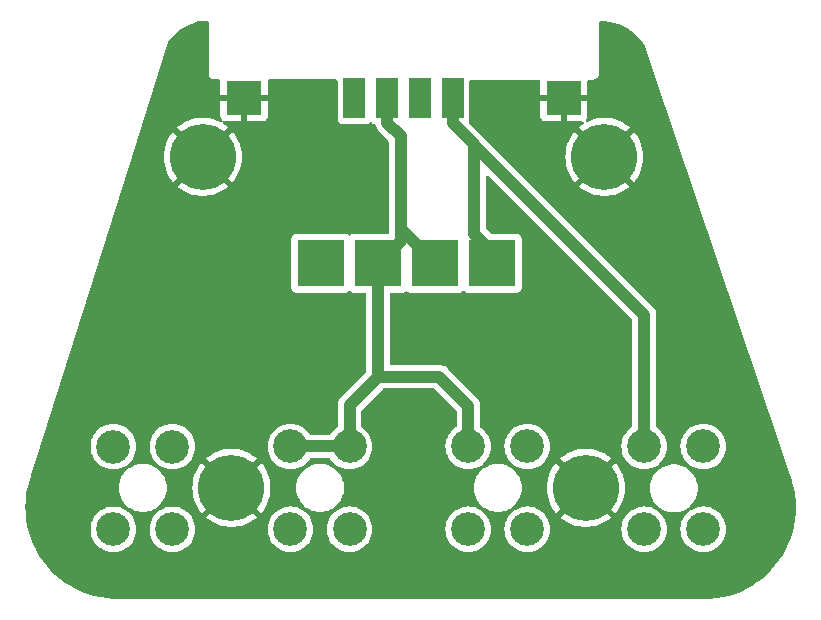
<source format=gbl>
%TF.GenerationSoftware,KiCad,Pcbnew,8.0.3*%
%TF.CreationDate,2024-06-22T21:50:30+02:00*%
%TF.ProjectId,W48_W49_Nummernschalter_Adapter,5734385f-5734-4395-9f4e-756d6d65726e,rev?*%
%TF.SameCoordinates,Original*%
%TF.FileFunction,Copper,L2,Bot*%
%TF.FilePolarity,Positive*%
%FSLAX46Y46*%
G04 Gerber Fmt 4.6, Leading zero omitted, Abs format (unit mm)*
G04 Created by KiCad (PCBNEW 8.0.3) date 2024-06-22 21:50:30*
%MOMM*%
%LPD*%
G01*
G04 APERTURE LIST*
%TA.AperFunction,ComponentPad*%
%ADD10C,3.600000*%
%TD*%
%TA.AperFunction,ConnectorPad*%
%ADD11C,5.600000*%
%TD*%
%TA.AperFunction,SMDPad,CuDef*%
%ADD12R,1.846667X3.480000*%
%TD*%
%TA.AperFunction,ComponentPad*%
%ADD13C,2.850000*%
%TD*%
%TA.AperFunction,ComponentPad*%
%ADD14R,4.000000X4.000000*%
%TD*%
%TA.AperFunction,SMDPad,CuDef*%
%ADD15R,3.000000X3.000000*%
%TD*%
%TA.AperFunction,Conductor*%
%ADD16C,1.000000*%
%TD*%
G04 APERTURE END LIST*
D10*
%TO.P,H4,1,1*%
%TO.N,GND*%
X147000000Y-54000000D03*
D11*
X147000000Y-54000000D03*
%TD*%
D10*
%TO.P,H3,1,1*%
%TO.N,GND*%
X113000000Y-54000000D03*
D11*
X113000000Y-54000000D03*
%TD*%
D12*
%TO.P,J1,6,6*%
%TO.N,unconnected-(J1-Pad6)*%
X125845000Y-49000000D03*
%TO.P,J1,7,7*%
%TO.N,/BRAUN*%
X128615000Y-49000000D03*
%TO.P,J1,8,8*%
%TO.N,unconnected-(J1-Pad8)*%
X131385000Y-49000000D03*
%TO.P,J1,9,9*%
%TO.N,/WEI\u00DF*%
X134155000Y-49000000D03*
%TD*%
D13*
%TO.P,J3,1_1,1*%
%TO.N,/BRAUN*%
X125430000Y-78515000D03*
%TO.P,J3,1_2,1*%
X120430000Y-78515000D03*
%TO.P,J3,1_3,1*%
X120430000Y-85525000D03*
%TO.P,J3,1_4,1*%
X125430000Y-85525000D03*
%TD*%
D10*
%TO.P,H1,1,1*%
%TO.N,GND*%
X145430000Y-82025000D03*
D11*
X145430000Y-82025000D03*
%TD*%
D13*
%TO.P,J5,1_1,1*%
%TO.N,/WEI\u00DF*%
X155380000Y-78515000D03*
%TO.P,J5,1_2,1*%
X150380000Y-78515000D03*
%TO.P,J5,1_3,1*%
X150380000Y-85525000D03*
%TO.P,J5,1_4,1*%
X155380000Y-85525000D03*
%TD*%
D14*
%TO.P,J6,1,Pin_1*%
%TO.N,/GELB*%
X123000000Y-63000000D03*
%TO.P,J6,2,Pin_2*%
%TO.N,/BRAUN*%
X127850000Y-63000000D03*
%TO.P,J6,3,Pin_3*%
X132650000Y-63000000D03*
%TO.P,J6,4,Pin_4*%
%TO.N,/WEI\u00DF*%
X137500000Y-63000000D03*
%TD*%
D13*
%TO.P,J4,1_1,1*%
%TO.N,/BRAUN*%
X140480000Y-78515000D03*
%TO.P,J4,1_2,1*%
X135480000Y-78515000D03*
%TO.P,J4,1_3,1*%
X135480000Y-85525000D03*
%TO.P,J4,1_4,1*%
X140480000Y-85525000D03*
%TD*%
%TO.P,J2,1_1,1*%
%TO.N,/GELB*%
X110430000Y-78520000D03*
%TO.P,J2,1_2,1*%
X105430000Y-78520000D03*
%TO.P,J2,1_3,1*%
X105430000Y-85530000D03*
%TO.P,J2,1_4,1*%
X110430000Y-85530000D03*
%TD*%
D15*
%TO.P,TP4,1,1*%
%TO.N,GND*%
X116500000Y-49000000D03*
%TD*%
%TO.P,TP3,1,1*%
%TO.N,GND*%
X143572663Y-49000000D03*
%TD*%
D10*
%TO.P,H2,1,1*%
%TO.N,GND*%
X115430000Y-82025000D03*
D11*
X115430000Y-82025000D03*
%TD*%
D16*
%TO.N,/BRAUN*%
X127850000Y-72605000D02*
X133005000Y-72605000D01*
X133005000Y-72605000D02*
X135500000Y-75100000D01*
X135500000Y-75100000D02*
X135500000Y-77935000D01*
X135500000Y-77935000D02*
X134920000Y-78515000D01*
X125430000Y-78515000D02*
X121430000Y-78515000D01*
X129761667Y-52261667D02*
X129761667Y-58261667D01*
X129761667Y-58238333D02*
X129761667Y-60111667D01*
X129761667Y-61088333D02*
X129761667Y-59000000D01*
X132650000Y-63000000D02*
X133000000Y-63000000D01*
X128615000Y-51115000D02*
X129761667Y-52261667D01*
X128615000Y-49000000D02*
X128615000Y-51115000D01*
X127850000Y-63000000D02*
X129761667Y-61088333D01*
X129761667Y-60111667D02*
X132650000Y-63000000D01*
%TO.N,/WEI\u00DF*%
X136000000Y-53000000D02*
X136000000Y-60500000D01*
X134155000Y-49000000D02*
X134155000Y-51155000D01*
X138000000Y-55000000D02*
X150380000Y-67380000D01*
X134155000Y-51155000D02*
X138000000Y-55000000D01*
X138000000Y-55000000D02*
X136000000Y-53000000D01*
X150380000Y-67380000D02*
X150380000Y-67535000D01*
X136000000Y-60500000D02*
X138500000Y-63000000D01*
X149870000Y-78515000D02*
X150380000Y-78515000D01*
X150380000Y-67535000D02*
X150380000Y-78515000D01*
X134155000Y-49000000D02*
X134155000Y-50145000D01*
%TO.N,/BRAUN*%
X127500000Y-63000000D02*
X127850000Y-62650000D01*
X127850000Y-62650000D02*
X127850000Y-72150000D01*
X125430000Y-75025000D02*
X125430000Y-78515000D01*
X127850000Y-72150000D02*
X127850000Y-72605000D01*
X127850000Y-72605000D02*
X125430000Y-75025000D01*
%TD*%
%TA.AperFunction,Conductor*%
%TO.N,GND*%
G36*
X113436543Y-42479969D02*
G01*
X113485206Y-42530106D01*
X113499500Y-42587903D01*
X113499500Y-46939775D01*
X113499460Y-47005597D01*
X113499499Y-47005890D01*
X113516640Y-47069864D01*
X113516649Y-47069935D01*
X113516659Y-47069933D01*
X113533494Y-47132912D01*
X113533608Y-47133187D01*
X113566635Y-47190392D01*
X113566671Y-47190455D01*
X113599315Y-47247074D01*
X113599503Y-47247318D01*
X113646300Y-47294114D01*
X113646354Y-47294168D01*
X113692445Y-47340315D01*
X113692685Y-47340499D01*
X113692686Y-47340500D01*
X113750074Y-47373633D01*
X113806535Y-47406276D01*
X113806536Y-47406276D01*
X113806539Y-47406278D01*
X113806809Y-47406390D01*
X113806811Y-47406390D01*
X113806814Y-47406392D01*
X113870197Y-47423374D01*
X113870263Y-47423414D01*
X113870269Y-47423394D01*
X113878434Y-47425587D01*
X113933809Y-47440461D01*
X113933819Y-47440461D01*
X113933859Y-47440467D01*
X113933949Y-47440479D01*
X113934108Y-47440500D01*
X113999022Y-47440500D01*
X114376075Y-47440725D01*
X114443102Y-47460450D01*
X114488825Y-47513281D01*
X114500000Y-47564725D01*
X114500000Y-48750000D01*
X118500000Y-48750000D01*
X118500000Y-47567264D01*
X118519685Y-47500225D01*
X118572489Y-47454470D01*
X118624066Y-47443265D01*
X124297243Y-47446657D01*
X124364268Y-47466382D01*
X124409991Y-47519213D01*
X124421166Y-47570657D01*
X124421166Y-50787870D01*
X124421167Y-50787876D01*
X124427574Y-50847483D01*
X124477868Y-50982328D01*
X124477872Y-50982335D01*
X124564118Y-51097544D01*
X124564121Y-51097547D01*
X124679330Y-51183793D01*
X124679337Y-51183797D01*
X124814183Y-51234091D01*
X124814182Y-51234091D01*
X124821110Y-51234835D01*
X124873793Y-51240500D01*
X126816206Y-51240499D01*
X126875817Y-51234091D01*
X127010665Y-51183796D01*
X127125880Y-51097546D01*
X127130733Y-51091062D01*
X127186666Y-51049191D01*
X127256357Y-51044207D01*
X127317681Y-51077691D01*
X127329267Y-51091063D01*
X127334120Y-51097546D01*
X127334121Y-51097547D01*
X127449330Y-51183793D01*
X127449337Y-51183797D01*
X127556551Y-51223785D01*
X127612485Y-51265656D01*
X127634835Y-51315775D01*
X127646623Y-51375035D01*
X127646623Y-51375036D01*
X127652946Y-51406828D01*
X127652949Y-51406836D01*
X127728364Y-51588907D01*
X127728371Y-51588920D01*
X127837860Y-51752781D01*
X127837863Y-51752785D01*
X127981537Y-51896459D01*
X127981559Y-51896479D01*
X128724848Y-52639768D01*
X128758333Y-52701091D01*
X128761167Y-52727449D01*
X128761167Y-60375500D01*
X128741482Y-60442539D01*
X128688678Y-60488294D01*
X128637167Y-60499500D01*
X125802129Y-60499500D01*
X125802123Y-60499501D01*
X125742516Y-60505908D01*
X125607671Y-60556202D01*
X125607669Y-60556203D01*
X125499311Y-60637321D01*
X125433847Y-60661738D01*
X125365574Y-60646887D01*
X125350689Y-60637321D01*
X125242330Y-60556203D01*
X125242328Y-60556202D01*
X125107482Y-60505908D01*
X125107483Y-60505908D01*
X125047883Y-60499501D01*
X125047881Y-60499500D01*
X125047873Y-60499500D01*
X125047864Y-60499500D01*
X120952129Y-60499500D01*
X120952123Y-60499501D01*
X120892516Y-60505908D01*
X120757671Y-60556202D01*
X120757664Y-60556206D01*
X120642455Y-60642452D01*
X120642452Y-60642455D01*
X120556206Y-60757664D01*
X120556202Y-60757671D01*
X120505908Y-60892517D01*
X120499501Y-60952116D01*
X120499501Y-60952123D01*
X120499500Y-60952135D01*
X120499500Y-65047870D01*
X120499501Y-65047876D01*
X120505908Y-65107483D01*
X120556202Y-65242328D01*
X120556206Y-65242335D01*
X120642452Y-65357544D01*
X120642455Y-65357547D01*
X120757664Y-65443793D01*
X120757671Y-65443797D01*
X120892517Y-65494091D01*
X120892516Y-65494091D01*
X120899444Y-65494835D01*
X120952127Y-65500500D01*
X125047872Y-65500499D01*
X125107483Y-65494091D01*
X125242331Y-65443796D01*
X125350690Y-65362678D01*
X125416152Y-65338261D01*
X125484426Y-65353112D01*
X125499303Y-65362673D01*
X125607665Y-65443793D01*
X125607668Y-65443795D01*
X125607671Y-65443797D01*
X125742517Y-65494091D01*
X125742516Y-65494091D01*
X125749444Y-65494835D01*
X125802127Y-65500500D01*
X126725500Y-65500499D01*
X126792539Y-65520183D01*
X126838294Y-65572987D01*
X126849500Y-65624499D01*
X126849500Y-72139217D01*
X126829815Y-72206256D01*
X126813181Y-72226898D01*
X125434579Y-73605500D01*
X124792221Y-74247858D01*
X124792218Y-74247861D01*
X124722538Y-74317540D01*
X124652859Y-74387219D01*
X124543371Y-74551079D01*
X124543364Y-74551092D01*
X124467950Y-74733160D01*
X124467947Y-74733170D01*
X124429500Y-74926456D01*
X124429500Y-76796647D01*
X124409815Y-76863686D01*
X124379811Y-76895914D01*
X124165846Y-77056086D01*
X124165834Y-77056096D01*
X123971096Y-77250834D01*
X123971080Y-77250852D01*
X123810915Y-77464810D01*
X123754982Y-77506682D01*
X123711648Y-77514500D01*
X122148352Y-77514500D01*
X122081313Y-77494815D01*
X122049085Y-77464810D01*
X121888919Y-77250852D01*
X121888903Y-77250834D01*
X121694165Y-77056096D01*
X121694147Y-77056080D01*
X121473665Y-76891030D01*
X121473657Y-76891025D01*
X121231930Y-76759032D01*
X121231931Y-76759032D01*
X121181679Y-76740289D01*
X120973862Y-76662777D01*
X120973855Y-76662775D01*
X120973854Y-76662775D01*
X120704734Y-76604232D01*
X120704727Y-76604231D01*
X120430001Y-76584582D01*
X120429999Y-76584582D01*
X120155272Y-76604231D01*
X120155265Y-76604232D01*
X119886145Y-76662775D01*
X119886141Y-76662776D01*
X119886138Y-76662777D01*
X119700402Y-76732052D01*
X119628069Y-76759032D01*
X119386342Y-76891025D01*
X119386334Y-76891030D01*
X119165852Y-77056080D01*
X119165834Y-77056096D01*
X118971096Y-77250834D01*
X118971080Y-77250852D01*
X118806030Y-77471334D01*
X118806025Y-77471342D01*
X118674032Y-77713069D01*
X118674030Y-77713075D01*
X118577777Y-77971138D01*
X118577776Y-77971141D01*
X118577775Y-77971145D01*
X118519232Y-78240265D01*
X118519231Y-78240272D01*
X118499582Y-78514998D01*
X118499582Y-78515001D01*
X118519231Y-78789727D01*
X118519232Y-78789734D01*
X118577775Y-79058854D01*
X118577777Y-79058862D01*
X118674030Y-79316925D01*
X118674032Y-79316930D01*
X118806025Y-79558657D01*
X118806030Y-79558665D01*
X118971080Y-79779147D01*
X118971096Y-79779165D01*
X119165834Y-79973903D01*
X119165852Y-79973919D01*
X119386334Y-80138969D01*
X119386342Y-80138974D01*
X119628069Y-80270967D01*
X119628068Y-80270967D01*
X119628072Y-80270968D01*
X119628075Y-80270970D01*
X119886138Y-80367223D01*
X120155273Y-80425769D01*
X120410350Y-80444012D01*
X120429999Y-80445418D01*
X120430000Y-80445418D01*
X120430001Y-80445418D01*
X120448338Y-80444106D01*
X120704727Y-80425769D01*
X120973862Y-80367223D01*
X121231925Y-80270970D01*
X121473663Y-80138971D01*
X121694155Y-79973913D01*
X121888913Y-79779155D01*
X122049085Y-79565190D01*
X122105018Y-79523318D01*
X122148352Y-79515500D01*
X123711648Y-79515500D01*
X123778687Y-79535185D01*
X123810915Y-79565190D01*
X123971080Y-79779147D01*
X123971096Y-79779165D01*
X124165834Y-79973903D01*
X124165852Y-79973919D01*
X124386334Y-80138969D01*
X124386342Y-80138974D01*
X124628069Y-80270967D01*
X124628068Y-80270967D01*
X124628072Y-80270968D01*
X124628075Y-80270970D01*
X124886138Y-80367223D01*
X125155273Y-80425769D01*
X125410350Y-80444012D01*
X125429999Y-80445418D01*
X125430000Y-80445418D01*
X125430001Y-80445418D01*
X125448338Y-80444106D01*
X125704727Y-80425769D01*
X125973862Y-80367223D01*
X126231925Y-80270970D01*
X126473663Y-80138971D01*
X126694155Y-79973913D01*
X126888913Y-79779155D01*
X127053971Y-79558663D01*
X127185970Y-79316925D01*
X127282223Y-79058862D01*
X127340769Y-78789727D01*
X127360418Y-78515000D01*
X127340769Y-78240273D01*
X127282223Y-77971138D01*
X127185970Y-77713075D01*
X127053971Y-77471337D01*
X127049085Y-77464810D01*
X126888919Y-77250852D01*
X126888903Y-77250834D01*
X126694165Y-77056096D01*
X126694159Y-77056091D01*
X126694155Y-77056087D01*
X126480344Y-76896030D01*
X126480189Y-76895914D01*
X126438318Y-76839980D01*
X126430500Y-76796647D01*
X126430500Y-75490782D01*
X126450185Y-75423743D01*
X126466819Y-75403101D01*
X128228101Y-73641819D01*
X128289424Y-73608334D01*
X128315782Y-73605500D01*
X132539218Y-73605500D01*
X132606257Y-73625185D01*
X132626899Y-73641819D01*
X134463181Y-75478101D01*
X134496666Y-75539424D01*
X134499500Y-75565782D01*
X134499500Y-76782966D01*
X134479815Y-76850005D01*
X134439418Y-76887621D01*
X134440068Y-76888631D01*
X134436334Y-76891030D01*
X134215852Y-77056080D01*
X134215834Y-77056096D01*
X134021096Y-77250834D01*
X134021080Y-77250852D01*
X133856030Y-77471334D01*
X133856025Y-77471342D01*
X133724032Y-77713069D01*
X133724030Y-77713075D01*
X133627777Y-77971138D01*
X133627776Y-77971141D01*
X133627775Y-77971145D01*
X133569232Y-78240265D01*
X133569231Y-78240272D01*
X133549582Y-78514998D01*
X133549582Y-78515001D01*
X133569231Y-78789727D01*
X133569232Y-78789734D01*
X133627775Y-79058854D01*
X133627777Y-79058862D01*
X133724030Y-79316925D01*
X133724032Y-79316930D01*
X133856025Y-79558657D01*
X133856030Y-79558665D01*
X134021080Y-79779147D01*
X134021096Y-79779165D01*
X134215834Y-79973903D01*
X134215852Y-79973919D01*
X134436334Y-80138969D01*
X134436342Y-80138974D01*
X134678069Y-80270967D01*
X134678068Y-80270967D01*
X134678072Y-80270968D01*
X134678075Y-80270970D01*
X134936138Y-80367223D01*
X135205273Y-80425769D01*
X135460350Y-80444012D01*
X135479999Y-80445418D01*
X135480000Y-80445418D01*
X135480001Y-80445418D01*
X135498338Y-80444106D01*
X135754727Y-80425769D01*
X136023862Y-80367223D01*
X136281925Y-80270970D01*
X136523663Y-80138971D01*
X136744155Y-79973913D01*
X136938913Y-79779155D01*
X137103971Y-79558663D01*
X137235970Y-79316925D01*
X137332223Y-79058862D01*
X137390769Y-78789727D01*
X137410418Y-78515000D01*
X137410418Y-78514998D01*
X138549582Y-78514998D01*
X138549582Y-78515001D01*
X138569231Y-78789727D01*
X138569232Y-78789734D01*
X138627775Y-79058854D01*
X138627777Y-79058862D01*
X138724030Y-79316925D01*
X138724032Y-79316930D01*
X138856025Y-79558657D01*
X138856030Y-79558665D01*
X139021080Y-79779147D01*
X139021096Y-79779165D01*
X139215834Y-79973903D01*
X139215852Y-79973919D01*
X139436334Y-80138969D01*
X139436342Y-80138974D01*
X139678069Y-80270967D01*
X139678068Y-80270967D01*
X139678072Y-80270968D01*
X139678075Y-80270970D01*
X139936138Y-80367223D01*
X140205273Y-80425769D01*
X140460350Y-80444012D01*
X140479999Y-80445418D01*
X140480000Y-80445418D01*
X140480001Y-80445418D01*
X140498338Y-80444106D01*
X140754727Y-80425769D01*
X141023862Y-80367223D01*
X141281925Y-80270970D01*
X141523663Y-80138971D01*
X141744155Y-79973913D01*
X141938913Y-79779155D01*
X142103971Y-79558663D01*
X142235970Y-79316925D01*
X142332223Y-79058862D01*
X142390769Y-78789727D01*
X142410418Y-78515000D01*
X142390769Y-78240273D01*
X142332223Y-77971138D01*
X142235970Y-77713075D01*
X142103971Y-77471337D01*
X142099085Y-77464810D01*
X141938919Y-77250852D01*
X141938903Y-77250834D01*
X141744165Y-77056096D01*
X141744147Y-77056080D01*
X141523665Y-76891030D01*
X141523657Y-76891025D01*
X141281930Y-76759032D01*
X141281931Y-76759032D01*
X141231679Y-76740289D01*
X141023862Y-76662777D01*
X141023855Y-76662775D01*
X141023854Y-76662775D01*
X140754734Y-76604232D01*
X140754727Y-76604231D01*
X140480001Y-76584582D01*
X140479999Y-76584582D01*
X140205272Y-76604231D01*
X140205265Y-76604232D01*
X139936145Y-76662775D01*
X139936141Y-76662776D01*
X139936138Y-76662777D01*
X139750402Y-76732052D01*
X139678069Y-76759032D01*
X139436342Y-76891025D01*
X139436334Y-76891030D01*
X139215852Y-77056080D01*
X139215834Y-77056096D01*
X139021096Y-77250834D01*
X139021080Y-77250852D01*
X138856030Y-77471334D01*
X138856025Y-77471342D01*
X138724032Y-77713069D01*
X138724030Y-77713075D01*
X138627777Y-77971138D01*
X138627776Y-77971141D01*
X138627775Y-77971145D01*
X138569232Y-78240265D01*
X138569231Y-78240272D01*
X138549582Y-78514998D01*
X137410418Y-78514998D01*
X137390769Y-78240273D01*
X137332223Y-77971138D01*
X137235970Y-77713075D01*
X137103971Y-77471337D01*
X137099085Y-77464810D01*
X136938919Y-77250852D01*
X136938903Y-77250834D01*
X136744165Y-77056096D01*
X136744147Y-77056080D01*
X136550190Y-76910886D01*
X136508318Y-76854953D01*
X136500500Y-76811619D01*
X136500500Y-75001456D01*
X136462052Y-74808170D01*
X136462051Y-74808169D01*
X136462051Y-74808165D01*
X136462049Y-74808160D01*
X136386635Y-74626092D01*
X136386628Y-74626079D01*
X136277139Y-74462218D01*
X136277136Y-74462214D01*
X136134686Y-74319764D01*
X136134655Y-74319735D01*
X133786479Y-71971559D01*
X133786459Y-71971537D01*
X133642785Y-71827863D01*
X133642781Y-71827860D01*
X133478920Y-71718371D01*
X133478911Y-71718366D01*
X133406315Y-71688296D01*
X133350165Y-71665038D01*
X133296836Y-71642949D01*
X133296832Y-71642948D01*
X133296828Y-71642946D01*
X133200188Y-71623724D01*
X133103544Y-71604500D01*
X133103541Y-71604500D01*
X128974500Y-71604500D01*
X128907461Y-71584815D01*
X128861706Y-71532011D01*
X128850500Y-71480500D01*
X128850500Y-65624499D01*
X128870185Y-65557460D01*
X128922989Y-65511705D01*
X128974500Y-65500499D01*
X129897871Y-65500499D01*
X129897872Y-65500499D01*
X129957483Y-65494091D01*
X130092331Y-65443796D01*
X130175689Y-65381393D01*
X130241153Y-65356977D01*
X130309426Y-65371828D01*
X130324311Y-65381394D01*
X130407669Y-65443796D01*
X130407671Y-65443797D01*
X130542517Y-65494091D01*
X130542516Y-65494091D01*
X130549444Y-65494835D01*
X130602127Y-65500500D01*
X134697872Y-65500499D01*
X134757483Y-65494091D01*
X134892331Y-65443796D01*
X135000690Y-65362678D01*
X135066152Y-65338261D01*
X135134426Y-65353112D01*
X135149303Y-65362673D01*
X135257665Y-65443793D01*
X135257668Y-65443795D01*
X135257671Y-65443797D01*
X135392517Y-65494091D01*
X135392516Y-65494091D01*
X135399444Y-65494835D01*
X135452127Y-65500500D01*
X139547872Y-65500499D01*
X139607483Y-65494091D01*
X139742331Y-65443796D01*
X139857546Y-65357546D01*
X139943796Y-65242331D01*
X139994091Y-65107483D01*
X140000500Y-65047873D01*
X140000499Y-60952128D01*
X139994091Y-60892517D01*
X139943796Y-60757669D01*
X139943795Y-60757668D01*
X139943793Y-60757664D01*
X139857547Y-60642455D01*
X139857544Y-60642452D01*
X139742335Y-60556206D01*
X139742328Y-60556202D01*
X139607482Y-60505908D01*
X139607483Y-60505908D01*
X139547883Y-60499501D01*
X139547881Y-60499500D01*
X139547873Y-60499500D01*
X139547865Y-60499500D01*
X137465782Y-60499500D01*
X137398743Y-60479815D01*
X137378101Y-60463181D01*
X137036819Y-60121899D01*
X137003334Y-60060576D01*
X137000500Y-60034218D01*
X137000500Y-55714782D01*
X137020185Y-55647743D01*
X137072989Y-55601988D01*
X137142147Y-55592044D01*
X137205703Y-55621069D01*
X137212181Y-55627101D01*
X149343181Y-67758101D01*
X149376666Y-67819424D01*
X149379500Y-67845782D01*
X149379500Y-76796647D01*
X149359815Y-76863686D01*
X149329811Y-76895914D01*
X149115846Y-77056086D01*
X149115834Y-77056096D01*
X148921096Y-77250834D01*
X148921080Y-77250852D01*
X148756030Y-77471334D01*
X148756025Y-77471342D01*
X148624032Y-77713069D01*
X148624030Y-77713075D01*
X148527777Y-77971138D01*
X148527776Y-77971141D01*
X148527775Y-77971145D01*
X148469232Y-78240265D01*
X148469231Y-78240272D01*
X148449582Y-78514998D01*
X148449582Y-78515001D01*
X148469231Y-78789727D01*
X148469232Y-78789734D01*
X148527775Y-79058854D01*
X148527777Y-79058862D01*
X148624030Y-79316925D01*
X148624032Y-79316930D01*
X148756025Y-79558657D01*
X148756030Y-79558665D01*
X148921080Y-79779147D01*
X148921096Y-79779165D01*
X149115834Y-79973903D01*
X149115852Y-79973919D01*
X149336334Y-80138969D01*
X149336342Y-80138974D01*
X149578069Y-80270967D01*
X149578068Y-80270967D01*
X149578072Y-80270968D01*
X149578075Y-80270970D01*
X149836138Y-80367223D01*
X150105273Y-80425769D01*
X150360350Y-80444012D01*
X150379999Y-80445418D01*
X150380000Y-80445418D01*
X150380001Y-80445418D01*
X150398338Y-80444106D01*
X150654727Y-80425769D01*
X150923862Y-80367223D01*
X151181925Y-80270970D01*
X151423663Y-80138971D01*
X151644155Y-79973913D01*
X151838913Y-79779155D01*
X152003971Y-79558663D01*
X152135970Y-79316925D01*
X152232223Y-79058862D01*
X152290769Y-78789727D01*
X152310418Y-78515000D01*
X152310418Y-78514998D01*
X153449582Y-78514998D01*
X153449582Y-78515001D01*
X153469231Y-78789727D01*
X153469232Y-78789734D01*
X153527775Y-79058854D01*
X153527777Y-79058862D01*
X153624030Y-79316925D01*
X153624032Y-79316930D01*
X153756025Y-79558657D01*
X153756030Y-79558665D01*
X153921080Y-79779147D01*
X153921096Y-79779165D01*
X154115834Y-79973903D01*
X154115852Y-79973919D01*
X154336334Y-80138969D01*
X154336342Y-80138974D01*
X154578069Y-80270967D01*
X154578068Y-80270967D01*
X154578072Y-80270968D01*
X154578075Y-80270970D01*
X154836138Y-80367223D01*
X155105273Y-80425769D01*
X155360350Y-80444012D01*
X155379999Y-80445418D01*
X155380000Y-80445418D01*
X155380001Y-80445418D01*
X155398338Y-80444106D01*
X155654727Y-80425769D01*
X155923862Y-80367223D01*
X156181925Y-80270970D01*
X156423663Y-80138971D01*
X156644155Y-79973913D01*
X156838913Y-79779155D01*
X157003971Y-79558663D01*
X157135970Y-79316925D01*
X157232223Y-79058862D01*
X157290769Y-78789727D01*
X157310418Y-78515000D01*
X157290769Y-78240273D01*
X157232223Y-77971138D01*
X157135970Y-77713075D01*
X157003971Y-77471337D01*
X156999085Y-77464810D01*
X156838919Y-77250852D01*
X156838903Y-77250834D01*
X156644165Y-77056096D01*
X156644147Y-77056080D01*
X156423665Y-76891030D01*
X156423657Y-76891025D01*
X156181930Y-76759032D01*
X156181931Y-76759032D01*
X156131679Y-76740289D01*
X155923862Y-76662777D01*
X155923855Y-76662775D01*
X155923854Y-76662775D01*
X155654734Y-76604232D01*
X155654727Y-76604231D01*
X155380001Y-76584582D01*
X155379999Y-76584582D01*
X155105272Y-76604231D01*
X155105265Y-76604232D01*
X154836145Y-76662775D01*
X154836141Y-76662776D01*
X154836138Y-76662777D01*
X154650402Y-76732052D01*
X154578069Y-76759032D01*
X154336342Y-76891025D01*
X154336334Y-76891030D01*
X154115852Y-77056080D01*
X154115834Y-77056096D01*
X153921096Y-77250834D01*
X153921080Y-77250852D01*
X153756030Y-77471334D01*
X153756025Y-77471342D01*
X153624032Y-77713069D01*
X153624030Y-77713075D01*
X153527777Y-77971138D01*
X153527776Y-77971141D01*
X153527775Y-77971145D01*
X153469232Y-78240265D01*
X153469231Y-78240272D01*
X153449582Y-78514998D01*
X152310418Y-78514998D01*
X152290769Y-78240273D01*
X152232223Y-77971138D01*
X152135970Y-77713075D01*
X152003971Y-77471337D01*
X151999085Y-77464810D01*
X151838919Y-77250852D01*
X151838903Y-77250834D01*
X151644165Y-77056096D01*
X151644159Y-77056091D01*
X151644155Y-77056087D01*
X151430344Y-76896030D01*
X151430189Y-76895914D01*
X151388318Y-76839980D01*
X151380500Y-76796647D01*
X151380500Y-67281456D01*
X151342052Y-67088170D01*
X151342051Y-67088169D01*
X151342051Y-67088165D01*
X151342049Y-67088160D01*
X151266635Y-66906092D01*
X151266628Y-66906079D01*
X151157139Y-66742218D01*
X151157136Y-66742214D01*
X151014686Y-66599764D01*
X151014655Y-66599735D01*
X138414917Y-53999997D01*
X143695153Y-53999997D01*
X143695153Y-54000002D01*
X143714526Y-54357314D01*
X143714527Y-54357331D01*
X143772415Y-54710431D01*
X143772421Y-54710457D01*
X143868147Y-55055232D01*
X143868149Y-55055239D01*
X144000597Y-55387659D01*
X144000606Y-55387677D01*
X144168218Y-55703827D01*
X144369024Y-55999994D01*
X144369035Y-56000008D01*
X144496441Y-56150002D01*
X144496442Y-56150002D01*
X145705747Y-54940697D01*
X145779588Y-55042330D01*
X145957670Y-55220412D01*
X146059300Y-55294251D01*
X144847257Y-56506294D01*
X144860495Y-56518836D01*
X145145367Y-56735388D01*
X145145370Y-56735390D01*
X145451990Y-56919876D01*
X145776739Y-57070122D01*
X145776744Y-57070123D01*
X146115855Y-57184383D01*
X146465339Y-57261311D01*
X146821075Y-57299999D01*
X146821085Y-57300000D01*
X147178915Y-57300000D01*
X147178924Y-57299999D01*
X147534660Y-57261311D01*
X147884144Y-57184383D01*
X148223255Y-57070123D01*
X148223260Y-57070122D01*
X148548009Y-56919876D01*
X148854629Y-56735390D01*
X148854632Y-56735388D01*
X149139509Y-56518831D01*
X149152742Y-56506295D01*
X149152742Y-56506294D01*
X147940699Y-55294251D01*
X148042330Y-55220412D01*
X148220412Y-55042330D01*
X148294251Y-54940698D01*
X149503556Y-56150002D01*
X149630972Y-55999998D01*
X149630975Y-55999994D01*
X149831781Y-55703827D01*
X149999393Y-55387677D01*
X149999402Y-55387659D01*
X150131850Y-55055239D01*
X150131852Y-55055232D01*
X150227578Y-54710457D01*
X150227584Y-54710431D01*
X150285472Y-54357331D01*
X150285473Y-54357314D01*
X150304847Y-54000002D01*
X150304847Y-53999997D01*
X150285473Y-53642685D01*
X150285472Y-53642668D01*
X150227584Y-53289568D01*
X150227578Y-53289542D01*
X150131852Y-52944767D01*
X150131850Y-52944760D01*
X149999402Y-52612340D01*
X149999393Y-52612322D01*
X149831781Y-52296172D01*
X149630975Y-52000005D01*
X149630964Y-51999991D01*
X149503556Y-51849996D01*
X148294251Y-53059300D01*
X148220412Y-52957670D01*
X148042330Y-52779588D01*
X147940698Y-52705748D01*
X149152742Y-51493704D01*
X149139504Y-51481163D01*
X148854632Y-51264611D01*
X148854629Y-51264609D01*
X148548009Y-51080123D01*
X148223260Y-50929877D01*
X148223255Y-50929876D01*
X147884144Y-50815616D01*
X147534660Y-50738688D01*
X147178924Y-50700000D01*
X146821075Y-50700000D01*
X146465339Y-50738688D01*
X146115855Y-50815616D01*
X145776744Y-50929876D01*
X145776739Y-50929877D01*
X145608312Y-51007801D01*
X145539204Y-51018085D01*
X145475506Y-50989374D01*
X145437442Y-50930782D01*
X145437098Y-50860914D01*
X145456980Y-50820950D01*
X145516015Y-50742089D01*
X145516017Y-50742086D01*
X145566259Y-50607379D01*
X145566261Y-50607372D01*
X145572662Y-50547844D01*
X145572663Y-50547827D01*
X145572663Y-49250000D01*
X143822663Y-49250000D01*
X143822663Y-51000000D01*
X145120491Y-51000000D01*
X145120496Y-50999999D01*
X145127760Y-50999218D01*
X145196521Y-51011616D01*
X145247663Y-51059222D01*
X145264949Y-51126919D01*
X145242891Y-51193216D01*
X145204958Y-51228756D01*
X145145368Y-51264610D01*
X145145367Y-51264611D01*
X144860486Y-51481170D01*
X144860485Y-51481171D01*
X144847257Y-51493702D01*
X144847256Y-51493703D01*
X146059301Y-52705748D01*
X145957670Y-52779588D01*
X145779588Y-52957670D01*
X145705748Y-53059301D01*
X144496442Y-51849995D01*
X144496441Y-51849996D01*
X144369033Y-51999992D01*
X144168218Y-52296172D01*
X144000606Y-52612322D01*
X144000597Y-52612340D01*
X143868149Y-52944760D01*
X143868147Y-52944767D01*
X143772421Y-53289542D01*
X143772415Y-53289568D01*
X143714527Y-53642668D01*
X143714526Y-53642685D01*
X143695153Y-53999997D01*
X138414917Y-53999997D01*
X136781479Y-52366559D01*
X136781459Y-52366537D01*
X136634686Y-52219764D01*
X136634655Y-52219735D01*
X135543661Y-51128741D01*
X135510176Y-51067418D01*
X135515160Y-50997726D01*
X135521853Y-50983072D01*
X135522128Y-50982332D01*
X135522130Y-50982331D01*
X135572425Y-50847483D01*
X135578834Y-50787873D01*
X135578834Y-50547844D01*
X141572663Y-50547844D01*
X141579064Y-50607372D01*
X141579066Y-50607379D01*
X141629308Y-50742086D01*
X141629312Y-50742093D01*
X141715472Y-50857187D01*
X141715475Y-50857190D01*
X141830569Y-50943350D01*
X141830576Y-50943354D01*
X141965283Y-50993596D01*
X141965290Y-50993598D01*
X142024818Y-50999999D01*
X142024835Y-51000000D01*
X143322663Y-51000000D01*
X143322663Y-49250000D01*
X141572663Y-49250000D01*
X141572663Y-50547844D01*
X135578834Y-50547844D01*
X135578833Y-47577478D01*
X135598518Y-47510440D01*
X135651322Y-47464685D01*
X135702906Y-47453479D01*
X141448742Y-47456915D01*
X141515765Y-47476639D01*
X141561488Y-47529470D01*
X141572663Y-47580914D01*
X141572663Y-48750000D01*
X145572663Y-48750000D01*
X145572663Y-47583455D01*
X145592348Y-47516416D01*
X145645152Y-47470661D01*
X145696732Y-47459456D01*
X145955700Y-47459611D01*
X145956382Y-47459656D01*
X145964108Y-47459656D01*
X146030380Y-47459656D01*
X146095588Y-47459695D01*
X146095588Y-47459694D01*
X146095593Y-47459695D01*
X146095597Y-47459693D01*
X146095604Y-47459693D01*
X146095886Y-47459656D01*
X146095892Y-47459656D01*
X146136493Y-47448776D01*
X146159934Y-47442496D01*
X146159937Y-47442508D01*
X146160001Y-47442477D01*
X146222907Y-47425663D01*
X146222911Y-47425660D01*
X146222913Y-47425660D01*
X146223180Y-47425550D01*
X146223181Y-47425549D01*
X146223186Y-47425548D01*
X146274601Y-47395862D01*
X146280035Y-47392726D01*
X146280036Y-47392728D01*
X146280075Y-47392702D01*
X146337075Y-47359840D01*
X146337080Y-47359835D01*
X146337087Y-47359830D01*
X146337310Y-47359658D01*
X146337314Y-47359656D01*
X146383643Y-47313325D01*
X146383709Y-47313289D01*
X146383695Y-47313275D01*
X146407059Y-47289937D01*
X146430316Y-47266709D01*
X146430320Y-47266700D01*
X146430405Y-47266592D01*
X146430489Y-47266480D01*
X146430500Y-47266470D01*
X146463271Y-47209708D01*
X146463276Y-47209710D01*
X146463303Y-47209652D01*
X146496277Y-47152621D01*
X146496280Y-47152607D01*
X146496386Y-47152351D01*
X146496392Y-47152342D01*
X146513185Y-47089666D01*
X146513203Y-47089670D01*
X146513204Y-47089591D01*
X146530461Y-47025347D01*
X146530500Y-47025057D01*
X146530500Y-46960288D01*
X146530512Y-46939701D01*
X146530540Y-46893563D01*
X146530539Y-46893560D01*
X146530544Y-46885872D01*
X146530500Y-46885184D01*
X146530500Y-42624528D01*
X146550185Y-42557489D01*
X146602989Y-42511734D01*
X146654499Y-42500528D01*
X146663559Y-42500528D01*
X146665345Y-42500540D01*
X146666055Y-42500551D01*
X146669570Y-42500654D01*
X147055556Y-42517599D01*
X147066386Y-42518551D01*
X147446908Y-42568926D01*
X147457593Y-42570821D01*
X147832227Y-42654349D01*
X147842694Y-42657169D01*
X148208580Y-42773212D01*
X148218784Y-42776948D01*
X148573085Y-42924606D01*
X148582897Y-42929210D01*
X148766883Y-43025609D01*
X148922895Y-43107351D01*
X148932299Y-43112817D01*
X149255355Y-43320055D01*
X149264244Y-43326324D01*
X149481849Y-43494555D01*
X149567894Y-43561076D01*
X149576199Y-43568099D01*
X149806459Y-43780840D01*
X149858116Y-43828566D01*
X149865771Y-43836288D01*
X150123782Y-44120466D01*
X150130717Y-44128813D01*
X150247113Y-44282107D01*
X150317180Y-44374386D01*
X150335837Y-44409501D01*
X162741883Y-80943657D01*
X162745651Y-80957246D01*
X162746116Y-80959393D01*
X162746117Y-80959395D01*
X162761966Y-81003579D01*
X162766565Y-81016400D01*
X162767263Y-81018398D01*
X162769318Y-81024450D01*
X162769983Y-81026467D01*
X162927035Y-81516420D01*
X162929949Y-81525509D01*
X162932260Y-81533668D01*
X163058000Y-82043517D01*
X163059748Y-82051815D01*
X163150349Y-82569072D01*
X163151525Y-82577470D01*
X163206559Y-83099689D01*
X163207159Y-83108148D01*
X163226373Y-83632923D01*
X163226393Y-83641403D01*
X163209697Y-84166250D01*
X163209138Y-84174711D01*
X163156607Y-84697197D01*
X163155471Y-84705601D01*
X163067353Y-85223281D01*
X163065645Y-85231587D01*
X162942352Y-85742033D01*
X162940080Y-85750203D01*
X162782188Y-86251027D01*
X162779363Y-86259022D01*
X162587618Y-86747867D01*
X162584254Y-86755651D01*
X162359535Y-87230270D01*
X162355646Y-87237806D01*
X162099017Y-87695952D01*
X162094622Y-87703204D01*
X161807286Y-88142730D01*
X161802406Y-88149665D01*
X161485700Y-88568527D01*
X161480358Y-88575112D01*
X161135757Y-88971360D01*
X161129976Y-88977565D01*
X160759106Y-89349325D01*
X160752915Y-89355120D01*
X160357513Y-89700655D01*
X160350941Y-89706014D01*
X159932822Y-90023736D01*
X159925899Y-90028632D01*
X159487060Y-90317023D01*
X159479818Y-90321435D01*
X159022300Y-90579156D01*
X159014774Y-90583063D01*
X158540694Y-90808919D01*
X158532918Y-90812302D01*
X158044525Y-91005223D01*
X158036536Y-91008067D01*
X157536106Y-91167154D01*
X157527942Y-91169446D01*
X157017773Y-91293969D01*
X157009497Y-91295691D01*
X156492023Y-91385051D01*
X156483628Y-91386207D01*
X155961252Y-91439991D01*
X155952792Y-91440570D01*
X155425987Y-91458593D01*
X155421664Y-91458666D01*
X105412723Y-91425214D01*
X105402959Y-91424822D01*
X104880795Y-91383227D01*
X104872247Y-91382247D01*
X104347519Y-91303533D01*
X104339059Y-91301962D01*
X103821062Y-91187049D01*
X103812731Y-91184895D01*
X103303954Y-91034337D01*
X103295793Y-91031611D01*
X102798674Y-90846128D01*
X102790721Y-90842842D01*
X102307656Y-90623327D01*
X102299951Y-90619497D01*
X101833303Y-90367026D01*
X101825881Y-90362672D01*
X101377829Y-90078423D01*
X101370728Y-90073564D01*
X100943490Y-89758944D01*
X100936742Y-89753604D01*
X100532344Y-89410104D01*
X100525983Y-89404309D01*
X100146385Y-89033597D01*
X100140441Y-89027375D01*
X100090530Y-88971360D01*
X99787464Y-88631226D01*
X99781966Y-88624607D01*
X99692190Y-88508556D01*
X99457298Y-88204914D01*
X99452293Y-88197958D01*
X99157517Y-87756766D01*
X99152988Y-87749450D01*
X98889526Y-87288892D01*
X98885515Y-87281279D01*
X98850114Y-87208032D01*
X98654620Y-86803542D01*
X98651166Y-86795713D01*
X98453950Y-86303097D01*
X98451039Y-86295023D01*
X98379855Y-86073862D01*
X98288459Y-85789903D01*
X98286121Y-85781667D01*
X98224003Y-85529998D01*
X103499582Y-85529998D01*
X103499582Y-85530001D01*
X103519231Y-85804727D01*
X103519232Y-85804734D01*
X103576689Y-86068862D01*
X103577777Y-86073862D01*
X103660266Y-86295023D01*
X103674032Y-86331930D01*
X103806025Y-86573657D01*
X103806030Y-86573665D01*
X103971080Y-86794147D01*
X103971096Y-86794165D01*
X104165834Y-86988903D01*
X104165852Y-86988919D01*
X104386334Y-87153969D01*
X104386342Y-87153974D01*
X104628069Y-87285967D01*
X104628068Y-87285967D01*
X104628072Y-87285968D01*
X104628075Y-87285970D01*
X104886138Y-87382223D01*
X105155273Y-87440769D01*
X105410350Y-87459012D01*
X105429999Y-87460418D01*
X105430000Y-87460418D01*
X105430001Y-87460418D01*
X105448338Y-87459106D01*
X105704727Y-87440769D01*
X105973862Y-87382223D01*
X106231925Y-87285970D01*
X106473663Y-87153971D01*
X106694155Y-86988913D01*
X106888913Y-86794155D01*
X107053971Y-86573663D01*
X107185970Y-86331925D01*
X107282223Y-86073862D01*
X107340769Y-85804727D01*
X107360418Y-85530000D01*
X107360418Y-85529998D01*
X108499582Y-85529998D01*
X108499582Y-85530001D01*
X108519231Y-85804727D01*
X108519232Y-85804734D01*
X108576689Y-86068862D01*
X108577777Y-86073862D01*
X108660266Y-86295023D01*
X108674032Y-86331930D01*
X108806025Y-86573657D01*
X108806030Y-86573665D01*
X108971080Y-86794147D01*
X108971096Y-86794165D01*
X109165834Y-86988903D01*
X109165852Y-86988919D01*
X109386334Y-87153969D01*
X109386342Y-87153974D01*
X109628069Y-87285967D01*
X109628068Y-87285967D01*
X109628072Y-87285968D01*
X109628075Y-87285970D01*
X109886138Y-87382223D01*
X110155273Y-87440769D01*
X110410350Y-87459012D01*
X110429999Y-87460418D01*
X110430000Y-87460418D01*
X110430001Y-87460418D01*
X110448338Y-87459106D01*
X110704727Y-87440769D01*
X110973862Y-87382223D01*
X111231925Y-87285970D01*
X111473663Y-87153971D01*
X111694155Y-86988913D01*
X111888913Y-86794155D01*
X112053971Y-86573663D01*
X112185970Y-86331925D01*
X112282223Y-86073862D01*
X112340769Y-85804727D01*
X112360418Y-85530000D01*
X112360060Y-85525001D01*
X112360060Y-85524998D01*
X118499582Y-85524998D01*
X118499582Y-85525001D01*
X118519231Y-85799727D01*
X118519232Y-85799734D01*
X118520320Y-85804734D01*
X118577777Y-86068862D01*
X118662131Y-86295023D01*
X118674032Y-86326930D01*
X118806025Y-86568657D01*
X118806030Y-86568665D01*
X118971080Y-86789147D01*
X118971096Y-86789165D01*
X119165834Y-86983903D01*
X119165852Y-86983919D01*
X119386334Y-87148969D01*
X119386342Y-87148974D01*
X119628069Y-87280967D01*
X119628068Y-87280967D01*
X119628072Y-87280968D01*
X119628075Y-87280970D01*
X119886138Y-87377223D01*
X120155273Y-87435769D01*
X120410350Y-87454012D01*
X120429999Y-87455418D01*
X120430000Y-87455418D01*
X120430001Y-87455418D01*
X120448338Y-87454106D01*
X120704727Y-87435769D01*
X120973862Y-87377223D01*
X121231925Y-87280970D01*
X121473663Y-87148971D01*
X121694155Y-86983913D01*
X121888913Y-86789155D01*
X122053971Y-86568663D01*
X122185970Y-86326925D01*
X122282223Y-86068862D01*
X122340769Y-85799727D01*
X122360418Y-85525000D01*
X122360418Y-85524998D01*
X123499582Y-85524998D01*
X123499582Y-85525001D01*
X123519231Y-85799727D01*
X123519232Y-85799734D01*
X123520320Y-85804734D01*
X123577777Y-86068862D01*
X123662131Y-86295023D01*
X123674032Y-86326930D01*
X123806025Y-86568657D01*
X123806030Y-86568665D01*
X123971080Y-86789147D01*
X123971096Y-86789165D01*
X124165834Y-86983903D01*
X124165852Y-86983919D01*
X124386334Y-87148969D01*
X124386342Y-87148974D01*
X124628069Y-87280967D01*
X124628068Y-87280967D01*
X124628072Y-87280968D01*
X124628075Y-87280970D01*
X124886138Y-87377223D01*
X125155273Y-87435769D01*
X125410350Y-87454012D01*
X125429999Y-87455418D01*
X125430000Y-87455418D01*
X125430001Y-87455418D01*
X125448338Y-87454106D01*
X125704727Y-87435769D01*
X125973862Y-87377223D01*
X126231925Y-87280970D01*
X126473663Y-87148971D01*
X126694155Y-86983913D01*
X126888913Y-86789155D01*
X127053971Y-86568663D01*
X127185970Y-86326925D01*
X127282223Y-86068862D01*
X127340769Y-85799727D01*
X127360418Y-85525000D01*
X127360418Y-85524998D01*
X133549582Y-85524998D01*
X133549582Y-85525001D01*
X133569231Y-85799727D01*
X133569232Y-85799734D01*
X133570320Y-85804734D01*
X133627777Y-86068862D01*
X133712131Y-86295023D01*
X133724032Y-86326930D01*
X133856025Y-86568657D01*
X133856030Y-86568665D01*
X134021080Y-86789147D01*
X134021096Y-86789165D01*
X134215834Y-86983903D01*
X134215852Y-86983919D01*
X134436334Y-87148969D01*
X134436342Y-87148974D01*
X134678069Y-87280967D01*
X134678068Y-87280967D01*
X134678072Y-87280968D01*
X134678075Y-87280970D01*
X134936138Y-87377223D01*
X135205273Y-87435769D01*
X135460350Y-87454012D01*
X135479999Y-87455418D01*
X135480000Y-87455418D01*
X135480001Y-87455418D01*
X135498338Y-87454106D01*
X135754727Y-87435769D01*
X136023862Y-87377223D01*
X136281925Y-87280970D01*
X136523663Y-87148971D01*
X136744155Y-86983913D01*
X136938913Y-86789155D01*
X137103971Y-86568663D01*
X137235970Y-86326925D01*
X137332223Y-86068862D01*
X137390769Y-85799727D01*
X137410418Y-85525000D01*
X137410418Y-85524998D01*
X138549582Y-85524998D01*
X138549582Y-85525001D01*
X138569231Y-85799727D01*
X138569232Y-85799734D01*
X138570320Y-85804734D01*
X138627777Y-86068862D01*
X138712131Y-86295023D01*
X138724032Y-86326930D01*
X138856025Y-86568657D01*
X138856030Y-86568665D01*
X139021080Y-86789147D01*
X139021096Y-86789165D01*
X139215834Y-86983903D01*
X139215852Y-86983919D01*
X139436334Y-87148969D01*
X139436342Y-87148974D01*
X139678069Y-87280967D01*
X139678068Y-87280967D01*
X139678072Y-87280968D01*
X139678075Y-87280970D01*
X139936138Y-87377223D01*
X140205273Y-87435769D01*
X140460350Y-87454012D01*
X140479999Y-87455418D01*
X140480000Y-87455418D01*
X140480001Y-87455418D01*
X140498338Y-87454106D01*
X140754727Y-87435769D01*
X141023862Y-87377223D01*
X141281925Y-87280970D01*
X141523663Y-87148971D01*
X141744155Y-86983913D01*
X141938913Y-86789155D01*
X142103971Y-86568663D01*
X142235970Y-86326925D01*
X142332223Y-86068862D01*
X142390769Y-85799727D01*
X142410418Y-85525000D01*
X142410418Y-85524998D01*
X148449582Y-85524998D01*
X148449582Y-85525001D01*
X148469231Y-85799727D01*
X148469232Y-85799734D01*
X148470320Y-85804734D01*
X148527777Y-86068862D01*
X148612131Y-86295023D01*
X148624032Y-86326930D01*
X148756025Y-86568657D01*
X148756030Y-86568665D01*
X148921080Y-86789147D01*
X148921096Y-86789165D01*
X149115834Y-86983903D01*
X149115852Y-86983919D01*
X149336334Y-87148969D01*
X149336342Y-87148974D01*
X149578069Y-87280967D01*
X149578068Y-87280967D01*
X149578072Y-87280968D01*
X149578075Y-87280970D01*
X149836138Y-87377223D01*
X150105273Y-87435769D01*
X150360350Y-87454012D01*
X150379999Y-87455418D01*
X150380000Y-87455418D01*
X150380001Y-87455418D01*
X150398338Y-87454106D01*
X150654727Y-87435769D01*
X150923862Y-87377223D01*
X151181925Y-87280970D01*
X151423663Y-87148971D01*
X151644155Y-86983913D01*
X151838913Y-86789155D01*
X152003971Y-86568663D01*
X152135970Y-86326925D01*
X152232223Y-86068862D01*
X152290769Y-85799727D01*
X152310418Y-85525000D01*
X152310418Y-85524998D01*
X153449582Y-85524998D01*
X153449582Y-85525001D01*
X153469231Y-85799727D01*
X153469232Y-85799734D01*
X153470320Y-85804734D01*
X153527777Y-86068862D01*
X153612131Y-86295023D01*
X153624032Y-86326930D01*
X153756025Y-86568657D01*
X153756030Y-86568665D01*
X153921080Y-86789147D01*
X153921096Y-86789165D01*
X154115834Y-86983903D01*
X154115852Y-86983919D01*
X154336334Y-87148969D01*
X154336342Y-87148974D01*
X154578069Y-87280967D01*
X154578068Y-87280967D01*
X154578072Y-87280968D01*
X154578075Y-87280970D01*
X154836138Y-87377223D01*
X155105273Y-87435769D01*
X155360350Y-87454012D01*
X155379999Y-87455418D01*
X155380000Y-87455418D01*
X155380001Y-87455418D01*
X155398338Y-87454106D01*
X155654727Y-87435769D01*
X155923862Y-87377223D01*
X156181925Y-87280970D01*
X156423663Y-87148971D01*
X156644155Y-86983913D01*
X156838913Y-86789155D01*
X157003971Y-86568663D01*
X157135970Y-86326925D01*
X157232223Y-86068862D01*
X157290769Y-85799727D01*
X157310418Y-85525000D01*
X157290769Y-85250273D01*
X157232223Y-84981138D01*
X157135970Y-84723075D01*
X157126428Y-84705601D01*
X157003974Y-84481342D01*
X157003969Y-84481334D01*
X156838919Y-84260852D01*
X156838903Y-84260834D01*
X156644165Y-84066096D01*
X156644147Y-84066080D01*
X156423665Y-83901030D01*
X156423657Y-83901025D01*
X156181930Y-83769032D01*
X156181931Y-83769032D01*
X156131679Y-83750289D01*
X155923862Y-83672777D01*
X155923855Y-83672775D01*
X155923854Y-83672775D01*
X155654734Y-83614232D01*
X155654727Y-83614231D01*
X155380001Y-83594582D01*
X155379999Y-83594582D01*
X155105272Y-83614231D01*
X155105265Y-83614232D01*
X154836145Y-83672775D01*
X154836141Y-83672776D01*
X154836138Y-83672777D01*
X154732994Y-83711248D01*
X154578069Y-83769032D01*
X154336342Y-83901025D01*
X154336334Y-83901030D01*
X154115852Y-84066080D01*
X154115834Y-84066096D01*
X153921096Y-84260834D01*
X153921080Y-84260852D01*
X153756030Y-84481334D01*
X153756025Y-84481342D01*
X153624032Y-84723069D01*
X153619433Y-84735400D01*
X153527777Y-84981138D01*
X153527776Y-84981141D01*
X153527775Y-84981145D01*
X153469232Y-85250265D01*
X153469231Y-85250272D01*
X153449582Y-85524998D01*
X152310418Y-85524998D01*
X152290769Y-85250273D01*
X152232223Y-84981138D01*
X152135970Y-84723075D01*
X152126428Y-84705601D01*
X152003974Y-84481342D01*
X152003969Y-84481334D01*
X151838919Y-84260852D01*
X151838903Y-84260834D01*
X151644165Y-84066096D01*
X151644147Y-84066080D01*
X151423665Y-83901030D01*
X151423657Y-83901025D01*
X151181930Y-83769032D01*
X151181931Y-83769032D01*
X151131679Y-83750289D01*
X150923862Y-83672777D01*
X150923855Y-83672775D01*
X150923854Y-83672775D01*
X150654734Y-83614232D01*
X150654727Y-83614231D01*
X150380001Y-83594582D01*
X150379999Y-83594582D01*
X150105272Y-83614231D01*
X150105265Y-83614232D01*
X149836145Y-83672775D01*
X149836141Y-83672776D01*
X149836138Y-83672777D01*
X149732994Y-83711248D01*
X149578069Y-83769032D01*
X149336342Y-83901025D01*
X149336334Y-83901030D01*
X149115852Y-84066080D01*
X149115834Y-84066096D01*
X148921096Y-84260834D01*
X148921080Y-84260852D01*
X148756030Y-84481334D01*
X148756025Y-84481342D01*
X148624032Y-84723069D01*
X148619433Y-84735400D01*
X148527777Y-84981138D01*
X148527776Y-84981141D01*
X148527775Y-84981145D01*
X148469232Y-85250265D01*
X148469231Y-85250272D01*
X148449582Y-85524998D01*
X142410418Y-85524998D01*
X142390769Y-85250273D01*
X142332223Y-84981138D01*
X142235970Y-84723075D01*
X142226428Y-84705601D01*
X142103974Y-84481342D01*
X142103969Y-84481334D01*
X141938919Y-84260852D01*
X141938903Y-84260834D01*
X141744165Y-84066096D01*
X141744147Y-84066080D01*
X141523665Y-83901030D01*
X141523657Y-83901025D01*
X141281930Y-83769032D01*
X141281931Y-83769032D01*
X141231679Y-83750289D01*
X141023862Y-83672777D01*
X141023855Y-83672775D01*
X141023854Y-83672775D01*
X140754734Y-83614232D01*
X140754727Y-83614231D01*
X140480001Y-83594582D01*
X140479999Y-83594582D01*
X140205272Y-83614231D01*
X140205265Y-83614232D01*
X139936145Y-83672775D01*
X139936141Y-83672776D01*
X139936138Y-83672777D01*
X139832994Y-83711248D01*
X139678069Y-83769032D01*
X139436342Y-83901025D01*
X139436334Y-83901030D01*
X139215852Y-84066080D01*
X139215834Y-84066096D01*
X139021096Y-84260834D01*
X139021080Y-84260852D01*
X138856030Y-84481334D01*
X138856025Y-84481342D01*
X138724032Y-84723069D01*
X138719433Y-84735400D01*
X138627777Y-84981138D01*
X138627776Y-84981141D01*
X138627775Y-84981145D01*
X138569232Y-85250265D01*
X138569231Y-85250272D01*
X138549582Y-85524998D01*
X137410418Y-85524998D01*
X137390769Y-85250273D01*
X137332223Y-84981138D01*
X137235970Y-84723075D01*
X137226428Y-84705601D01*
X137103974Y-84481342D01*
X137103969Y-84481334D01*
X136938919Y-84260852D01*
X136938903Y-84260834D01*
X136744165Y-84066096D01*
X136744147Y-84066080D01*
X136523665Y-83901030D01*
X136523657Y-83901025D01*
X136281930Y-83769032D01*
X136281931Y-83769032D01*
X136231679Y-83750289D01*
X136023862Y-83672777D01*
X136023855Y-83672775D01*
X136023854Y-83672775D01*
X135754734Y-83614232D01*
X135754727Y-83614231D01*
X135480001Y-83594582D01*
X135479999Y-83594582D01*
X135205272Y-83614231D01*
X135205265Y-83614232D01*
X134936145Y-83672775D01*
X134936141Y-83672776D01*
X134936138Y-83672777D01*
X134832994Y-83711248D01*
X134678069Y-83769032D01*
X134436342Y-83901025D01*
X134436334Y-83901030D01*
X134215852Y-84066080D01*
X134215834Y-84066096D01*
X134021096Y-84260834D01*
X134021080Y-84260852D01*
X133856030Y-84481334D01*
X133856025Y-84481342D01*
X133724032Y-84723069D01*
X133719433Y-84735400D01*
X133627777Y-84981138D01*
X133627776Y-84981141D01*
X133627775Y-84981145D01*
X133569232Y-85250265D01*
X133569231Y-85250272D01*
X133549582Y-85524998D01*
X127360418Y-85524998D01*
X127340769Y-85250273D01*
X127282223Y-84981138D01*
X127185970Y-84723075D01*
X127176428Y-84705601D01*
X127053974Y-84481342D01*
X127053969Y-84481334D01*
X126888919Y-84260852D01*
X126888903Y-84260834D01*
X126694165Y-84066096D01*
X126694147Y-84066080D01*
X126473665Y-83901030D01*
X126473657Y-83901025D01*
X126231930Y-83769032D01*
X126231931Y-83769032D01*
X126181679Y-83750289D01*
X125973862Y-83672777D01*
X125973855Y-83672775D01*
X125973854Y-83672775D01*
X125704734Y-83614232D01*
X125704727Y-83614231D01*
X125430001Y-83594582D01*
X125429999Y-83594582D01*
X125155272Y-83614231D01*
X125155265Y-83614232D01*
X124886145Y-83672775D01*
X124886141Y-83672776D01*
X124886138Y-83672777D01*
X124782994Y-83711248D01*
X124628069Y-83769032D01*
X124386342Y-83901025D01*
X124386334Y-83901030D01*
X124165852Y-84066080D01*
X124165834Y-84066096D01*
X123971096Y-84260834D01*
X123971080Y-84260852D01*
X123806030Y-84481334D01*
X123806025Y-84481342D01*
X123674032Y-84723069D01*
X123669433Y-84735400D01*
X123577777Y-84981138D01*
X123577776Y-84981141D01*
X123577775Y-84981145D01*
X123519232Y-85250265D01*
X123519231Y-85250272D01*
X123499582Y-85524998D01*
X122360418Y-85524998D01*
X122340769Y-85250273D01*
X122282223Y-84981138D01*
X122185970Y-84723075D01*
X122176428Y-84705601D01*
X122053974Y-84481342D01*
X122053969Y-84481334D01*
X121888919Y-84260852D01*
X121888903Y-84260834D01*
X121694165Y-84066096D01*
X121694147Y-84066080D01*
X121473665Y-83901030D01*
X121473657Y-83901025D01*
X121231930Y-83769032D01*
X121231931Y-83769032D01*
X121181679Y-83750289D01*
X120973862Y-83672777D01*
X120973855Y-83672775D01*
X120973854Y-83672775D01*
X120704734Y-83614232D01*
X120704727Y-83614231D01*
X120430001Y-83594582D01*
X120429999Y-83594582D01*
X120155272Y-83614231D01*
X120155265Y-83614232D01*
X119886145Y-83672775D01*
X119886141Y-83672776D01*
X119886138Y-83672777D01*
X119782994Y-83711248D01*
X119628069Y-83769032D01*
X119386342Y-83901025D01*
X119386334Y-83901030D01*
X119165852Y-84066080D01*
X119165834Y-84066096D01*
X118971096Y-84260834D01*
X118971080Y-84260852D01*
X118806030Y-84481334D01*
X118806025Y-84481342D01*
X118674032Y-84723069D01*
X118669433Y-84735400D01*
X118577777Y-84981138D01*
X118577776Y-84981141D01*
X118577775Y-84981145D01*
X118519232Y-85250265D01*
X118519231Y-85250272D01*
X118499582Y-85524998D01*
X112360060Y-85524998D01*
X112352399Y-85417884D01*
X112340769Y-85255273D01*
X112282223Y-84986138D01*
X112185970Y-84728075D01*
X112173698Y-84705601D01*
X112053974Y-84486342D01*
X112053969Y-84486334D01*
X111888919Y-84265852D01*
X111888903Y-84265834D01*
X111694165Y-84071096D01*
X111694147Y-84071080D01*
X111473665Y-83906030D01*
X111473657Y-83906025D01*
X111231930Y-83774032D01*
X111231931Y-83774032D01*
X111181679Y-83755289D01*
X110973862Y-83677777D01*
X110973855Y-83677775D01*
X110973854Y-83677775D01*
X110704734Y-83619232D01*
X110704727Y-83619231D01*
X110430001Y-83599582D01*
X110429999Y-83599582D01*
X110155272Y-83619231D01*
X110155265Y-83619232D01*
X109886145Y-83677775D01*
X109886141Y-83677776D01*
X109886138Y-83677777D01*
X109700402Y-83747052D01*
X109628069Y-83774032D01*
X109386342Y-83906025D01*
X109386334Y-83906030D01*
X109165852Y-84071080D01*
X109165834Y-84071096D01*
X108971096Y-84265834D01*
X108971080Y-84265852D01*
X108806030Y-84486334D01*
X108806025Y-84486342D01*
X108674032Y-84728069D01*
X108671298Y-84735400D01*
X108577777Y-84986138D01*
X108577776Y-84986141D01*
X108577775Y-84986145D01*
X108519232Y-85255265D01*
X108519231Y-85255272D01*
X108499582Y-85529998D01*
X107360418Y-85529998D01*
X107360060Y-85525001D01*
X107352399Y-85417884D01*
X107340769Y-85255273D01*
X107282223Y-84986138D01*
X107185970Y-84728075D01*
X107173698Y-84705601D01*
X107053974Y-84486342D01*
X107053969Y-84486334D01*
X106888919Y-84265852D01*
X106888903Y-84265834D01*
X106694165Y-84071096D01*
X106694147Y-84071080D01*
X106473665Y-83906030D01*
X106473657Y-83906025D01*
X106231930Y-83774032D01*
X106231931Y-83774032D01*
X106181679Y-83755289D01*
X105973862Y-83677777D01*
X105973855Y-83677775D01*
X105973854Y-83677775D01*
X105704734Y-83619232D01*
X105704727Y-83619231D01*
X105430001Y-83599582D01*
X105429999Y-83599582D01*
X105155272Y-83619231D01*
X105155265Y-83619232D01*
X104886145Y-83677775D01*
X104886141Y-83677776D01*
X104886138Y-83677777D01*
X104700402Y-83747052D01*
X104628069Y-83774032D01*
X104386342Y-83906025D01*
X104386334Y-83906030D01*
X104165852Y-84071080D01*
X104165834Y-84071096D01*
X103971096Y-84265834D01*
X103971080Y-84265852D01*
X103806030Y-84486334D01*
X103806025Y-84486342D01*
X103674032Y-84728069D01*
X103671298Y-84735400D01*
X103577777Y-84986138D01*
X103577776Y-84986141D01*
X103577775Y-84986145D01*
X103519232Y-85255265D01*
X103519231Y-85255272D01*
X103499582Y-85529998D01*
X98224003Y-85529998D01*
X98158970Y-85266521D01*
X98157201Y-85258107D01*
X98155835Y-85250273D01*
X98066085Y-84735396D01*
X98064903Y-84726877D01*
X98044652Y-84531294D01*
X98010254Y-84199085D01*
X98009667Y-84190507D01*
X97991754Y-83660219D01*
X97991762Y-83651625D01*
X98010669Y-83121347D01*
X98011271Y-83112806D01*
X98066910Y-82585098D01*
X98068099Y-82576640D01*
X98160202Y-82054046D01*
X98161987Y-82045642D01*
X98162516Y-82043517D01*
X98167123Y-82025000D01*
X105898330Y-82025000D01*
X105917252Y-82301646D01*
X105917253Y-82301648D01*
X105973666Y-82573126D01*
X105973671Y-82573143D01*
X106066527Y-82834415D01*
X106066529Y-82834420D01*
X106194102Y-83080623D01*
X106354011Y-83307162D01*
X106354015Y-83307166D01*
X106354015Y-83307167D01*
X106452554Y-83412677D01*
X106543277Y-83509818D01*
X106575768Y-83536251D01*
X106758369Y-83684808D01*
X106758372Y-83684810D01*
X106758376Y-83684813D01*
X106830213Y-83728498D01*
X106995301Y-83828891D01*
X106995306Y-83828893D01*
X107249630Y-83939361D01*
X107249635Y-83939363D01*
X107516645Y-84014176D01*
X107758157Y-84047371D01*
X107791353Y-84051934D01*
X107791354Y-84051934D01*
X108068647Y-84051934D01*
X108098263Y-84047863D01*
X108343355Y-84014176D01*
X108610365Y-83939363D01*
X108864700Y-83828890D01*
X109101624Y-83684813D01*
X109316723Y-83509818D01*
X109505989Y-83307162D01*
X109665898Y-83080623D01*
X109793471Y-82834420D01*
X109886330Y-82573138D01*
X109886331Y-82573131D01*
X109886333Y-82573126D01*
X109918650Y-82417608D01*
X109942747Y-82301646D01*
X109961670Y-82025000D01*
X109961670Y-82024997D01*
X112125153Y-82024997D01*
X112125153Y-82025002D01*
X112144526Y-82382314D01*
X112144527Y-82382331D01*
X112202415Y-82735431D01*
X112202421Y-82735457D01*
X112298147Y-83080232D01*
X112298149Y-83080239D01*
X112430597Y-83412659D01*
X112430606Y-83412677D01*
X112598218Y-83728827D01*
X112799024Y-84024994D01*
X112799035Y-84025008D01*
X112926441Y-84175002D01*
X112926442Y-84175002D01*
X114135747Y-82965697D01*
X114209588Y-83067330D01*
X114387670Y-83245412D01*
X114489300Y-83319251D01*
X113277257Y-84531294D01*
X113290495Y-84543836D01*
X113575367Y-84760388D01*
X113575370Y-84760390D01*
X113881990Y-84944876D01*
X114206739Y-85095122D01*
X114206744Y-85095123D01*
X114545855Y-85209383D01*
X114895339Y-85286311D01*
X115251075Y-85324999D01*
X115251085Y-85325000D01*
X115608915Y-85325000D01*
X115608924Y-85324999D01*
X115964660Y-85286311D01*
X116314144Y-85209383D01*
X116653255Y-85095123D01*
X116653260Y-85095122D01*
X116978009Y-84944876D01*
X117284629Y-84760390D01*
X117284632Y-84760388D01*
X117569509Y-84543831D01*
X117582742Y-84531295D01*
X117582742Y-84531294D01*
X116370699Y-83319251D01*
X116472330Y-83245412D01*
X116650412Y-83067330D01*
X116724252Y-82965698D01*
X117933556Y-84175002D01*
X118060972Y-84024998D01*
X118060975Y-84024994D01*
X118261781Y-83728827D01*
X118429393Y-83412677D01*
X118429402Y-83412659D01*
X118561850Y-83080239D01*
X118561852Y-83080232D01*
X118657578Y-82735457D01*
X118657584Y-82735431D01*
X118715472Y-82382331D01*
X118715473Y-82382314D01*
X118734847Y-82025002D01*
X118734847Y-82025000D01*
X120898330Y-82025000D01*
X120917252Y-82301646D01*
X120917253Y-82301648D01*
X120973666Y-82573126D01*
X120973671Y-82573143D01*
X121066527Y-82834415D01*
X121066529Y-82834420D01*
X121194102Y-83080623D01*
X121354011Y-83307162D01*
X121354015Y-83307166D01*
X121354015Y-83307167D01*
X121452554Y-83412677D01*
X121543277Y-83509818D01*
X121575768Y-83536251D01*
X121758369Y-83684808D01*
X121758372Y-83684810D01*
X121758376Y-83684813D01*
X121830213Y-83728498D01*
X121995301Y-83828891D01*
X121995306Y-83828893D01*
X122249630Y-83939361D01*
X122249635Y-83939363D01*
X122516645Y-84014176D01*
X122758157Y-84047371D01*
X122791353Y-84051934D01*
X122791354Y-84051934D01*
X123068647Y-84051934D01*
X123098263Y-84047863D01*
X123343355Y-84014176D01*
X123610365Y-83939363D01*
X123864700Y-83828890D01*
X124101624Y-83684813D01*
X124316723Y-83509818D01*
X124505989Y-83307162D01*
X124665898Y-83080623D01*
X124793471Y-82834420D01*
X124886330Y-82573138D01*
X124886331Y-82573131D01*
X124886333Y-82573126D01*
X124918650Y-82417608D01*
X124942747Y-82301646D01*
X124961670Y-82025000D01*
X135948330Y-82025000D01*
X135967252Y-82301646D01*
X135967253Y-82301648D01*
X136023666Y-82573126D01*
X136023671Y-82573143D01*
X136116527Y-82834415D01*
X136116529Y-82834420D01*
X136244102Y-83080623D01*
X136404011Y-83307162D01*
X136404015Y-83307166D01*
X136404015Y-83307167D01*
X136502554Y-83412677D01*
X136593277Y-83509818D01*
X136625768Y-83536251D01*
X136808369Y-83684808D01*
X136808372Y-83684810D01*
X136808376Y-83684813D01*
X136880213Y-83728498D01*
X137045301Y-83828891D01*
X137045306Y-83828893D01*
X137299630Y-83939361D01*
X137299635Y-83939363D01*
X137566645Y-84014176D01*
X137808157Y-84047371D01*
X137841353Y-84051934D01*
X137841354Y-84051934D01*
X138118647Y-84051934D01*
X138148263Y-84047863D01*
X138393355Y-84014176D01*
X138660365Y-83939363D01*
X138914700Y-83828890D01*
X139151624Y-83684813D01*
X139366723Y-83509818D01*
X139555989Y-83307162D01*
X139715898Y-83080623D01*
X139843471Y-82834420D01*
X139936330Y-82573138D01*
X139936331Y-82573131D01*
X139936333Y-82573126D01*
X139968650Y-82417608D01*
X139992747Y-82301646D01*
X140011670Y-82025000D01*
X140011670Y-82024997D01*
X142125153Y-82024997D01*
X142125153Y-82025002D01*
X142144526Y-82382314D01*
X142144527Y-82382331D01*
X142202415Y-82735431D01*
X142202421Y-82735457D01*
X142298147Y-83080232D01*
X142298149Y-83080239D01*
X142430597Y-83412659D01*
X142430606Y-83412677D01*
X142598218Y-83728827D01*
X142799024Y-84024994D01*
X142799035Y-84025008D01*
X142926441Y-84175002D01*
X142926442Y-84175002D01*
X144135747Y-82965697D01*
X144209588Y-83067330D01*
X144387670Y-83245412D01*
X144489300Y-83319251D01*
X143277257Y-84531294D01*
X143290495Y-84543836D01*
X143575367Y-84760388D01*
X143575370Y-84760390D01*
X143881990Y-84944876D01*
X144206739Y-85095122D01*
X144206744Y-85095123D01*
X144545855Y-85209383D01*
X144895339Y-85286311D01*
X145251075Y-85324999D01*
X145251085Y-85325000D01*
X145608915Y-85325000D01*
X145608924Y-85324999D01*
X145964660Y-85286311D01*
X146314144Y-85209383D01*
X146653255Y-85095123D01*
X146653260Y-85095122D01*
X146978009Y-84944876D01*
X147284629Y-84760390D01*
X147284632Y-84760388D01*
X147569509Y-84543831D01*
X147582742Y-84531295D01*
X147582742Y-84531294D01*
X146370699Y-83319251D01*
X146472330Y-83245412D01*
X146650412Y-83067330D01*
X146724251Y-82965698D01*
X147933556Y-84175002D01*
X148060972Y-84024998D01*
X148060975Y-84024994D01*
X148261781Y-83728827D01*
X148429393Y-83412677D01*
X148429402Y-83412659D01*
X148561850Y-83080239D01*
X148561852Y-83080232D01*
X148657578Y-82735457D01*
X148657584Y-82735431D01*
X148715472Y-82382331D01*
X148715473Y-82382314D01*
X148733414Y-82051433D01*
X150848330Y-82051433D01*
X150867252Y-82328079D01*
X150867253Y-82328081D01*
X150923666Y-82599559D01*
X150923671Y-82599576D01*
X151016527Y-82860848D01*
X151016529Y-82860853D01*
X151130407Y-83080626D01*
X151144104Y-83107059D01*
X151158639Y-83127651D01*
X151304011Y-83333595D01*
X151304015Y-83333599D01*
X151304015Y-83333600D01*
X151493276Y-83536250D01*
X151708369Y-83711241D01*
X151708372Y-83711243D01*
X151708376Y-83711246D01*
X151736746Y-83728498D01*
X151945301Y-83855324D01*
X151945306Y-83855326D01*
X152199630Y-83965794D01*
X152199635Y-83965796D01*
X152466645Y-84040609D01*
X152688454Y-84071096D01*
X152741353Y-84078367D01*
X152741354Y-84078367D01*
X153018647Y-84078367D01*
X153071546Y-84071096D01*
X153293355Y-84040609D01*
X153560365Y-83965796D01*
X153814700Y-83855323D01*
X154051624Y-83711246D01*
X154266723Y-83536251D01*
X154455989Y-83333595D01*
X154615898Y-83107056D01*
X154743471Y-82860853D01*
X154836330Y-82599571D01*
X154836331Y-82599564D01*
X154836333Y-82599559D01*
X154868650Y-82444041D01*
X154892747Y-82328079D01*
X154911670Y-82051433D01*
X154892747Y-81774787D01*
X154842036Y-81530753D01*
X154836333Y-81503306D01*
X154836328Y-81503289D01*
X154803462Y-81410813D01*
X154743471Y-81242013D01*
X154615898Y-80995810D01*
X154455989Y-80769271D01*
X154455984Y-80769265D01*
X154266723Y-80566615D01*
X154051630Y-80391624D01*
X154051619Y-80391617D01*
X153814698Y-80247541D01*
X153814693Y-80247539D01*
X153560369Y-80137071D01*
X153293360Y-80062258D01*
X153293356Y-80062257D01*
X153293355Y-80062257D01*
X153101049Y-80035825D01*
X153018647Y-80024499D01*
X153018646Y-80024499D01*
X152741354Y-80024499D01*
X152741353Y-80024499D01*
X152466645Y-80062257D01*
X152466639Y-80062258D01*
X152199630Y-80137071D01*
X151945306Y-80247539D01*
X151945301Y-80247541D01*
X151708380Y-80391617D01*
X151708369Y-80391624D01*
X151493276Y-80566615D01*
X151304015Y-80769265D01*
X151304015Y-80769266D01*
X151304012Y-80769268D01*
X151304011Y-80769271D01*
X151245863Y-80851647D01*
X151144104Y-80995806D01*
X151133433Y-81016400D01*
X151030224Y-81215584D01*
X151016527Y-81242017D01*
X150923671Y-81503289D01*
X150923666Y-81503306D01*
X150867253Y-81774784D01*
X150867252Y-81774786D01*
X150848330Y-82051433D01*
X148733414Y-82051433D01*
X148734847Y-82025002D01*
X148734847Y-82024997D01*
X148715473Y-81667685D01*
X148715472Y-81667668D01*
X148657584Y-81314568D01*
X148657578Y-81314542D01*
X148561852Y-80969767D01*
X148561850Y-80969760D01*
X148429402Y-80637340D01*
X148429393Y-80637322D01*
X148261781Y-80321172D01*
X148060975Y-80025005D01*
X148060964Y-80024991D01*
X147933556Y-79874996D01*
X146724251Y-81084300D01*
X146650412Y-80982670D01*
X146472330Y-80804588D01*
X146370698Y-80730748D01*
X147582742Y-79518704D01*
X147569504Y-79506163D01*
X147284632Y-79289611D01*
X147284629Y-79289609D01*
X146978009Y-79105123D01*
X146653260Y-78954877D01*
X146653255Y-78954876D01*
X146314144Y-78840616D01*
X145964660Y-78763688D01*
X145608924Y-78725000D01*
X145251075Y-78725000D01*
X144895339Y-78763688D01*
X144545855Y-78840616D01*
X144206744Y-78954876D01*
X144206739Y-78954877D01*
X143881990Y-79105123D01*
X143575370Y-79289609D01*
X143575367Y-79289611D01*
X143290486Y-79506170D01*
X143290485Y-79506171D01*
X143277257Y-79518702D01*
X143277256Y-79518703D01*
X144489301Y-80730748D01*
X144387670Y-80804588D01*
X144209588Y-80982670D01*
X144135748Y-81084301D01*
X142926442Y-79874995D01*
X142926441Y-79874996D01*
X142799033Y-80024992D01*
X142598218Y-80321172D01*
X142430606Y-80637322D01*
X142430597Y-80637340D01*
X142298149Y-80969760D01*
X142298147Y-80969767D01*
X142202421Y-81314542D01*
X142202415Y-81314568D01*
X142144527Y-81667668D01*
X142144526Y-81667685D01*
X142125153Y-82024997D01*
X140011670Y-82024997D01*
X139992747Y-81748354D01*
X139968650Y-81632392D01*
X139936333Y-81476873D01*
X139936328Y-81476856D01*
X139878642Y-81314542D01*
X139843471Y-81215580D01*
X139715898Y-80969377D01*
X139555989Y-80742838D01*
X139555984Y-80742832D01*
X139366723Y-80540182D01*
X139151630Y-80365191D01*
X139151619Y-80365184D01*
X138914698Y-80221108D01*
X138914693Y-80221106D01*
X138660369Y-80110638D01*
X138393360Y-80035825D01*
X138393356Y-80035824D01*
X138393355Y-80035824D01*
X138256000Y-80016945D01*
X138118647Y-79998066D01*
X138118646Y-79998066D01*
X137841354Y-79998066D01*
X137841353Y-79998066D01*
X137566645Y-80035824D01*
X137566639Y-80035825D01*
X137299630Y-80110638D01*
X137045306Y-80221106D01*
X137045301Y-80221108D01*
X136808380Y-80365184D01*
X136808369Y-80365191D01*
X136593276Y-80540182D01*
X136404015Y-80742832D01*
X136404015Y-80742833D01*
X136244104Y-80969373D01*
X136116527Y-81215584D01*
X136023671Y-81476856D01*
X136023666Y-81476873D01*
X135967253Y-81748351D01*
X135967252Y-81748353D01*
X135948330Y-82025000D01*
X124961670Y-82025000D01*
X124942747Y-81748354D01*
X124918650Y-81632392D01*
X124886333Y-81476873D01*
X124886328Y-81476856D01*
X124828642Y-81314542D01*
X124793471Y-81215580D01*
X124665898Y-80969377D01*
X124505989Y-80742838D01*
X124505984Y-80742832D01*
X124316723Y-80540182D01*
X124101630Y-80365191D01*
X124101619Y-80365184D01*
X123864698Y-80221108D01*
X123864693Y-80221106D01*
X123610369Y-80110638D01*
X123343360Y-80035825D01*
X123343356Y-80035824D01*
X123343355Y-80035824D01*
X123206000Y-80016945D01*
X123068647Y-79998066D01*
X123068646Y-79998066D01*
X122791354Y-79998066D01*
X122791353Y-79998066D01*
X122516645Y-80035824D01*
X122516639Y-80035825D01*
X122249630Y-80110638D01*
X121995306Y-80221106D01*
X121995301Y-80221108D01*
X121758380Y-80365184D01*
X121758369Y-80365191D01*
X121543276Y-80540182D01*
X121354015Y-80742832D01*
X121354015Y-80742833D01*
X121194104Y-80969373D01*
X121066527Y-81215584D01*
X120973671Y-81476856D01*
X120973666Y-81476873D01*
X120917253Y-81748351D01*
X120917252Y-81748353D01*
X120898330Y-82025000D01*
X118734847Y-82025000D01*
X118734847Y-82024997D01*
X118715473Y-81667685D01*
X118715472Y-81667668D01*
X118657584Y-81314568D01*
X118657578Y-81314542D01*
X118561852Y-80969767D01*
X118561850Y-80969760D01*
X118429402Y-80637340D01*
X118429393Y-80637322D01*
X118261781Y-80321172D01*
X118060975Y-80025005D01*
X118060964Y-80024991D01*
X117933556Y-79874996D01*
X116724251Y-81084300D01*
X116650412Y-80982670D01*
X116472330Y-80804588D01*
X116370698Y-80730748D01*
X117582742Y-79518704D01*
X117569504Y-79506163D01*
X117284632Y-79289611D01*
X117284629Y-79289609D01*
X116978009Y-79105123D01*
X116653260Y-78954877D01*
X116653255Y-78954876D01*
X116314144Y-78840616D01*
X115964660Y-78763688D01*
X115608924Y-78725000D01*
X115251075Y-78725000D01*
X114895339Y-78763688D01*
X114545855Y-78840616D01*
X114206744Y-78954876D01*
X114206739Y-78954877D01*
X113881990Y-79105123D01*
X113575370Y-79289609D01*
X113575367Y-79289611D01*
X113290486Y-79506170D01*
X113290485Y-79506171D01*
X113277257Y-79518702D01*
X113277256Y-79518703D01*
X114489301Y-80730748D01*
X114387670Y-80804588D01*
X114209588Y-80982670D01*
X114135748Y-81084301D01*
X112926442Y-79874995D01*
X112926441Y-79874996D01*
X112799033Y-80024992D01*
X112598218Y-80321172D01*
X112430606Y-80637322D01*
X112430597Y-80637340D01*
X112298149Y-80969760D01*
X112298147Y-80969767D01*
X112202421Y-81314542D01*
X112202415Y-81314568D01*
X112144527Y-81667668D01*
X112144526Y-81667685D01*
X112125153Y-82024997D01*
X109961670Y-82024997D01*
X109942747Y-81748354D01*
X109918650Y-81632392D01*
X109886333Y-81476873D01*
X109886328Y-81476856D01*
X109828642Y-81314542D01*
X109793471Y-81215580D01*
X109665898Y-80969377D01*
X109505989Y-80742838D01*
X109505984Y-80742832D01*
X109316723Y-80540182D01*
X109101630Y-80365191D01*
X109101619Y-80365184D01*
X108864698Y-80221108D01*
X108864693Y-80221106D01*
X108610369Y-80110638D01*
X108343360Y-80035825D01*
X108343356Y-80035824D01*
X108343355Y-80035824D01*
X108206000Y-80016945D01*
X108068647Y-79998066D01*
X108068646Y-79998066D01*
X107791354Y-79998066D01*
X107791353Y-79998066D01*
X107516645Y-80035824D01*
X107516639Y-80035825D01*
X107249630Y-80110638D01*
X106995306Y-80221106D01*
X106995301Y-80221108D01*
X106758380Y-80365184D01*
X106758369Y-80365191D01*
X106543276Y-80540182D01*
X106354015Y-80742832D01*
X106354015Y-80742833D01*
X106194104Y-80969373D01*
X106066527Y-81215584D01*
X105973671Y-81476856D01*
X105973666Y-81476873D01*
X105917253Y-81748351D01*
X105917252Y-81748353D01*
X105898330Y-82025000D01*
X98167123Y-82025000D01*
X98290100Y-81530740D01*
X98292463Y-81522481D01*
X98439181Y-81069548D01*
X98444094Y-81057062D01*
X98444351Y-81056245D01*
X98444353Y-81056243D01*
X98460175Y-81006036D01*
X98461829Y-81001154D01*
X98479777Y-80951676D01*
X98479777Y-80951674D01*
X98479778Y-80951672D01*
X98481528Y-80943739D01*
X98481658Y-80943767D01*
X98484808Y-80927879D01*
X99243680Y-78519998D01*
X103499582Y-78519998D01*
X103499582Y-78520001D01*
X103519231Y-78794727D01*
X103519232Y-78794734D01*
X103576689Y-79058862D01*
X103577777Y-79063862D01*
X103672165Y-79316925D01*
X103674032Y-79321930D01*
X103806025Y-79563657D01*
X103806030Y-79563665D01*
X103971080Y-79784147D01*
X103971096Y-79784165D01*
X104165834Y-79978903D01*
X104165852Y-79978919D01*
X104386334Y-80143969D01*
X104386342Y-80143974D01*
X104628069Y-80275967D01*
X104628068Y-80275967D01*
X104628072Y-80275968D01*
X104628075Y-80275970D01*
X104886138Y-80372223D01*
X105155273Y-80430769D01*
X105410350Y-80449012D01*
X105429999Y-80450418D01*
X105430000Y-80450418D01*
X105430001Y-80450418D01*
X105448338Y-80449106D01*
X105704727Y-80430769D01*
X105973862Y-80372223D01*
X106231925Y-80275970D01*
X106473663Y-80143971D01*
X106694155Y-79978913D01*
X106888913Y-79784155D01*
X107053971Y-79563663D01*
X107185970Y-79321925D01*
X107282223Y-79063862D01*
X107340769Y-78794727D01*
X107360418Y-78520000D01*
X107360418Y-78519998D01*
X108499582Y-78519998D01*
X108499582Y-78520001D01*
X108519231Y-78794727D01*
X108519232Y-78794734D01*
X108576689Y-79058862D01*
X108577777Y-79063862D01*
X108672165Y-79316925D01*
X108674032Y-79321930D01*
X108806025Y-79563657D01*
X108806030Y-79563665D01*
X108971080Y-79784147D01*
X108971096Y-79784165D01*
X109165834Y-79978903D01*
X109165852Y-79978919D01*
X109386334Y-80143969D01*
X109386342Y-80143974D01*
X109628069Y-80275967D01*
X109628068Y-80275967D01*
X109628072Y-80275968D01*
X109628075Y-80275970D01*
X109886138Y-80372223D01*
X110155273Y-80430769D01*
X110410350Y-80449012D01*
X110429999Y-80450418D01*
X110430000Y-80450418D01*
X110430001Y-80450418D01*
X110448338Y-80449106D01*
X110704727Y-80430769D01*
X110973862Y-80372223D01*
X111231925Y-80275970D01*
X111473663Y-80143971D01*
X111694155Y-79978913D01*
X111888913Y-79784155D01*
X112053971Y-79563663D01*
X112185970Y-79321925D01*
X112282223Y-79063862D01*
X112340769Y-78794727D01*
X112360418Y-78520000D01*
X112360060Y-78515001D01*
X112357794Y-78483323D01*
X112340769Y-78245273D01*
X112282223Y-77976138D01*
X112185970Y-77718075D01*
X112053971Y-77476337D01*
X112045342Y-77464810D01*
X111888919Y-77255852D01*
X111888903Y-77255834D01*
X111694165Y-77061096D01*
X111694147Y-77061080D01*
X111473665Y-76896030D01*
X111473657Y-76896025D01*
X111231930Y-76764032D01*
X111231931Y-76764032D01*
X111181679Y-76745289D01*
X110973862Y-76667777D01*
X110973855Y-76667775D01*
X110973854Y-76667775D01*
X110704734Y-76609232D01*
X110704727Y-76609231D01*
X110430001Y-76589582D01*
X110429999Y-76589582D01*
X110155272Y-76609231D01*
X110155265Y-76609232D01*
X109886145Y-76667775D01*
X109886141Y-76667776D01*
X109886138Y-76667777D01*
X109700402Y-76737052D01*
X109628069Y-76764032D01*
X109386342Y-76896025D01*
X109386334Y-76896030D01*
X109165852Y-77061080D01*
X109165834Y-77061096D01*
X108971096Y-77255834D01*
X108971080Y-77255852D01*
X108806030Y-77476334D01*
X108806025Y-77476342D01*
X108674032Y-77718069D01*
X108674030Y-77718075D01*
X108577777Y-77976138D01*
X108577776Y-77976141D01*
X108577775Y-77976145D01*
X108519232Y-78245265D01*
X108519231Y-78245272D01*
X108499582Y-78519998D01*
X107360418Y-78519998D01*
X107360060Y-78515001D01*
X107357794Y-78483323D01*
X107340769Y-78245273D01*
X107282223Y-77976138D01*
X107185970Y-77718075D01*
X107053971Y-77476337D01*
X107045342Y-77464810D01*
X106888919Y-77255852D01*
X106888903Y-77255834D01*
X106694165Y-77061096D01*
X106694147Y-77061080D01*
X106473665Y-76896030D01*
X106473657Y-76896025D01*
X106231930Y-76764032D01*
X106231931Y-76764032D01*
X106181679Y-76745289D01*
X105973862Y-76667777D01*
X105973855Y-76667775D01*
X105973854Y-76667775D01*
X105704734Y-76609232D01*
X105704727Y-76609231D01*
X105430001Y-76589582D01*
X105429999Y-76589582D01*
X105155272Y-76609231D01*
X105155265Y-76609232D01*
X104886145Y-76667775D01*
X104886141Y-76667776D01*
X104886138Y-76667777D01*
X104700402Y-76737052D01*
X104628069Y-76764032D01*
X104386342Y-76896025D01*
X104386334Y-76896030D01*
X104165852Y-77061080D01*
X104165834Y-77061096D01*
X103971096Y-77255834D01*
X103971080Y-77255852D01*
X103806030Y-77476334D01*
X103806025Y-77476342D01*
X103674032Y-77718069D01*
X103674030Y-77718075D01*
X103577777Y-77976138D01*
X103577776Y-77976141D01*
X103577775Y-77976145D01*
X103519232Y-78245265D01*
X103519231Y-78245272D01*
X103499582Y-78519998D01*
X99243680Y-78519998D01*
X106971446Y-53999997D01*
X109695153Y-53999997D01*
X109695153Y-54000002D01*
X109714526Y-54357314D01*
X109714527Y-54357331D01*
X109772415Y-54710431D01*
X109772421Y-54710457D01*
X109868147Y-55055232D01*
X109868149Y-55055239D01*
X110000597Y-55387659D01*
X110000606Y-55387677D01*
X110168218Y-55703827D01*
X110369024Y-55999994D01*
X110369035Y-56000008D01*
X110496441Y-56150002D01*
X110496442Y-56150002D01*
X111705747Y-54940697D01*
X111779588Y-55042330D01*
X111957670Y-55220412D01*
X112059300Y-55294251D01*
X110847257Y-56506294D01*
X110860495Y-56518836D01*
X111145367Y-56735388D01*
X111145370Y-56735390D01*
X111451990Y-56919876D01*
X111776739Y-57070122D01*
X111776744Y-57070123D01*
X112115855Y-57184383D01*
X112465339Y-57261311D01*
X112821075Y-57299999D01*
X112821085Y-57300000D01*
X113178915Y-57300000D01*
X113178924Y-57299999D01*
X113534660Y-57261311D01*
X113884144Y-57184383D01*
X114223255Y-57070123D01*
X114223260Y-57070122D01*
X114548009Y-56919876D01*
X114854629Y-56735390D01*
X114854632Y-56735388D01*
X115139509Y-56518831D01*
X115152742Y-56506295D01*
X115152742Y-56506294D01*
X113940699Y-55294251D01*
X114042330Y-55220412D01*
X114220412Y-55042330D01*
X114294251Y-54940698D01*
X115503556Y-56150002D01*
X115630972Y-55999998D01*
X115630975Y-55999994D01*
X115831781Y-55703827D01*
X115999393Y-55387677D01*
X115999402Y-55387659D01*
X116131850Y-55055239D01*
X116131852Y-55055232D01*
X116227578Y-54710457D01*
X116227584Y-54710431D01*
X116285472Y-54357331D01*
X116285473Y-54357314D01*
X116304847Y-54000002D01*
X116304847Y-53999997D01*
X116285473Y-53642685D01*
X116285472Y-53642668D01*
X116227584Y-53289568D01*
X116227578Y-53289542D01*
X116131852Y-52944767D01*
X116131850Y-52944760D01*
X115999402Y-52612340D01*
X115999393Y-52612322D01*
X115831781Y-52296172D01*
X115630975Y-52000005D01*
X115630964Y-51999991D01*
X115503556Y-51849996D01*
X114294251Y-53059300D01*
X114220412Y-52957670D01*
X114042330Y-52779588D01*
X113940698Y-52705748D01*
X115152742Y-51493704D01*
X115139504Y-51481163D01*
X114854632Y-51264611D01*
X114854624Y-51264605D01*
X114755182Y-51204773D01*
X114707887Y-51153344D01*
X114695905Y-51084509D01*
X114723040Y-51020124D01*
X114780677Y-50980630D01*
X114850516Y-50978566D01*
X114862446Y-50982342D01*
X114892619Y-50993596D01*
X114892627Y-50993598D01*
X114952155Y-50999999D01*
X114952172Y-51000000D01*
X116250000Y-51000000D01*
X116750000Y-51000000D01*
X118047828Y-51000000D01*
X118047844Y-50999999D01*
X118107372Y-50993598D01*
X118107379Y-50993596D01*
X118242086Y-50943354D01*
X118242093Y-50943350D01*
X118357187Y-50857190D01*
X118357190Y-50857187D01*
X118443350Y-50742093D01*
X118443354Y-50742086D01*
X118493596Y-50607379D01*
X118493598Y-50607372D01*
X118499999Y-50547844D01*
X118500000Y-50547827D01*
X118500000Y-49250000D01*
X116750000Y-49250000D01*
X116750000Y-51000000D01*
X116250000Y-51000000D01*
X116250000Y-49250000D01*
X114500000Y-49250000D01*
X114500000Y-50547844D01*
X114506401Y-50607372D01*
X114506403Y-50607379D01*
X114556645Y-50742086D01*
X114556649Y-50742093D01*
X114642809Y-50857187D01*
X114646384Y-50860762D01*
X114679869Y-50922085D01*
X114674885Y-50991777D01*
X114633013Y-51047710D01*
X114567549Y-51072127D01*
X114506637Y-51060982D01*
X114223260Y-50929877D01*
X114223255Y-50929876D01*
X113884144Y-50815616D01*
X113534660Y-50738688D01*
X113178924Y-50700000D01*
X112821075Y-50700000D01*
X112465339Y-50738688D01*
X112115855Y-50815616D01*
X111776744Y-50929876D01*
X111776739Y-50929877D01*
X111451990Y-51080123D01*
X111145370Y-51264609D01*
X111145367Y-51264611D01*
X110860486Y-51481170D01*
X110860485Y-51481171D01*
X110847257Y-51493702D01*
X110847256Y-51493703D01*
X112059301Y-52705748D01*
X111957670Y-52779588D01*
X111779588Y-52957670D01*
X111705748Y-53059301D01*
X110496442Y-51849995D01*
X110496441Y-51849996D01*
X110369033Y-51999992D01*
X110168218Y-52296172D01*
X110000606Y-52612322D01*
X110000597Y-52612340D01*
X109868149Y-52944760D01*
X109868147Y-52944767D01*
X109772421Y-53289542D01*
X109772415Y-53289568D01*
X109714527Y-53642668D01*
X109714526Y-53642685D01*
X109695153Y-53999997D01*
X106971446Y-53999997D01*
X110027997Y-44301640D01*
X110046267Y-44265590D01*
X110213721Y-44037274D01*
X110220537Y-44028792D01*
X110458320Y-43758205D01*
X110465864Y-43750346D01*
X110726558Y-43501732D01*
X110734773Y-43494562D01*
X111016324Y-43269877D01*
X111025140Y-43263455D01*
X111325392Y-43064420D01*
X111334730Y-43058807D01*
X111651313Y-42886993D01*
X111661129Y-42882212D01*
X111991619Y-42738929D01*
X112001806Y-42735036D01*
X112343640Y-42621401D01*
X112354131Y-42618420D01*
X112704615Y-42535327D01*
X112715340Y-42533278D01*
X113071788Y-42481361D01*
X113082641Y-42480265D01*
X113368500Y-42464101D01*
X113436543Y-42479969D01*
G37*
%TD.AperFunction*%
%TD*%
M02*

</source>
